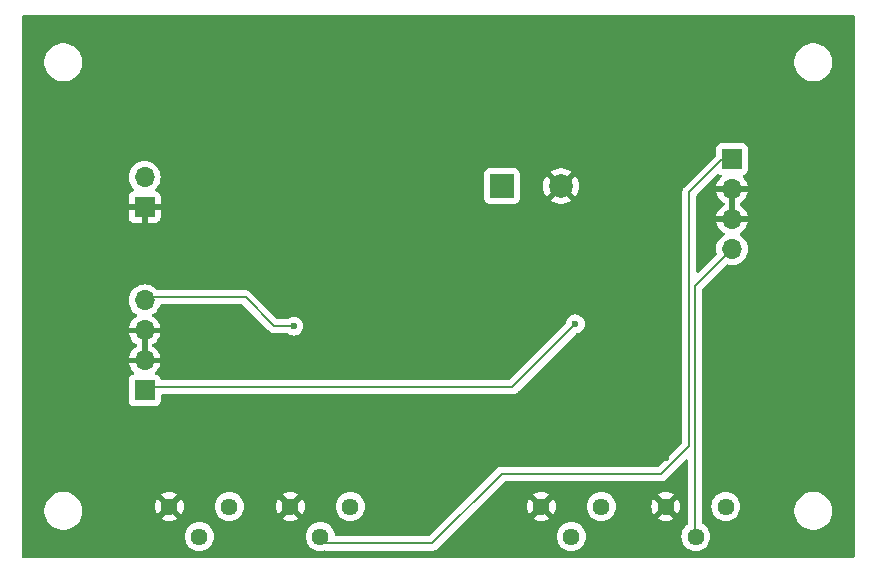
<source format=gbr>
%TF.GenerationSoftware,KiCad,Pcbnew,8.0.8*%
%TF.CreationDate,2025-02-20T20:43:13-06:00*%
%TF.ProjectId,peak-read-amp,7065616b-2d72-4656-9164-2d616d702e6b,rev?*%
%TF.SameCoordinates,Original*%
%TF.FileFunction,Copper,L2,Bot*%
%TF.FilePolarity,Positive*%
%FSLAX46Y46*%
G04 Gerber Fmt 4.6, Leading zero omitted, Abs format (unit mm)*
G04 Created by KiCad (PCBNEW 8.0.8) date 2025-02-20 20:43:13*
%MOMM*%
%LPD*%
G01*
G04 APERTURE LIST*
%TA.AperFunction,ComponentPad*%
%ADD10R,2.000000X2.000000*%
%TD*%
%TA.AperFunction,ComponentPad*%
%ADD11C,2.000000*%
%TD*%
%TA.AperFunction,ComponentPad*%
%ADD12C,1.440000*%
%TD*%
%TA.AperFunction,ComponentPad*%
%ADD13R,1.700000X1.700000*%
%TD*%
%TA.AperFunction,ComponentPad*%
%ADD14O,1.700000X1.700000*%
%TD*%
%TA.AperFunction,ViaPad*%
%ADD15C,0.600000*%
%TD*%
%TA.AperFunction,Conductor*%
%ADD16C,0.200000*%
%TD*%
G04 APERTURE END LIST*
D10*
%TO.P,C2,1*%
%TO.N,+8V*%
X116132323Y-112000000D03*
D11*
%TO.P,C2,2*%
%TO.N,GND*%
X121132323Y-112000000D03*
%TD*%
D12*
%TO.P,RV1,1,1*%
%TO.N,Net-(R4-Pad2)*%
X124550000Y-139125000D03*
%TO.P,RV1,2,2*%
X122010000Y-141665000D03*
%TO.P,RV1,3,3*%
%TO.N,GND*%
X119470000Y-139125000D03*
%TD*%
%TO.P,RV2,1,1*%
%TO.N,Net-(R6-Pad1)*%
X135080000Y-139125000D03*
%TO.P,RV2,2,2*%
%TO.N,Net-(J3-Pin_4)*%
X132540000Y-141665000D03*
%TO.P,RV2,3,3*%
%TO.N,GND*%
X130000000Y-139125000D03*
%TD*%
%TO.P,RV3,1,1*%
%TO.N,Net-(R9-Pad2)*%
X93050000Y-139125000D03*
%TO.P,RV3,2,2*%
X90510000Y-141665000D03*
%TO.P,RV3,3,3*%
%TO.N,GND*%
X87970000Y-139125000D03*
%TD*%
%TO.P,RV4,1,1*%
%TO.N,Net-(R12-Pad1)*%
X103300000Y-139125000D03*
%TO.P,RV4,2,2*%
%TO.N,Net-(J3-Pin_1)*%
X100760000Y-141665000D03*
%TO.P,RV4,3,3*%
%TO.N,GND*%
X98220000Y-139125000D03*
%TD*%
D13*
%TO.P,J1,1,Pin_1*%
%TO.N,GND*%
X85875000Y-113775000D03*
D14*
%TO.P,J1,2,Pin_2*%
%TO.N,Net-(D7-A)*%
X85875000Y-111235000D03*
%TD*%
D13*
%TO.P,J3,1,Pin_1*%
%TO.N,Net-(J3-Pin_1)*%
X135625000Y-109700000D03*
D14*
%TO.P,J3,2,Pin_2*%
%TO.N,GND*%
X135625000Y-112240000D03*
%TO.P,J3,3,Pin_3*%
X135625000Y-114780000D03*
%TO.P,J3,4,Pin_4*%
%TO.N,Net-(J3-Pin_4)*%
X135625000Y-117320000D03*
%TD*%
D13*
%TO.P,J2,1,Pin_1*%
%TO.N,Net-(J2-Pin_1)*%
X85875000Y-129300000D03*
D14*
%TO.P,J2,2,Pin_2*%
%TO.N,GND*%
X85875000Y-126760000D03*
%TO.P,J2,3,Pin_3*%
X85875000Y-124220000D03*
%TO.P,J2,4,Pin_4*%
%TO.N,Net-(J2-Pin_4)*%
X85875000Y-121680000D03*
%TD*%
D15*
%TO.N,Net-(J2-Pin_1)*%
X122340000Y-123670000D03*
%TO.N,GND*%
X116250000Y-117500000D03*
X107250000Y-117500000D03*
X79000000Y-134500000D03*
X97250000Y-117250000D03*
X142500000Y-134000000D03*
X97700000Y-110397500D03*
X122260000Y-122250000D03*
X120000000Y-103500000D03*
X122250000Y-117500000D03*
X103250000Y-131750000D03*
X107000000Y-135000000D03*
X129750000Y-119250000D03*
X98500000Y-122500000D03*
X130000000Y-131000000D03*
X79000000Y-118000000D03*
X137000000Y-103000000D03*
X130000000Y-135000000D03*
X115000000Y-131000000D03*
X85000000Y-103000000D03*
X101750000Y-103500000D03*
X142500000Y-123380000D03*
%TO.N,Net-(J2-Pin_4)*%
X98500000Y-123850000D03*
%TD*%
D16*
%TO.N,Net-(J2-Pin_1)*%
X117000000Y-129040000D02*
X86250000Y-129040000D01*
X117000000Y-129010000D02*
X117000000Y-129040000D01*
X122340000Y-123670000D02*
X117000000Y-129010000D01*
%TO.N,Net-(J2-Pin_4)*%
X98500000Y-123850000D02*
X96850000Y-123850000D01*
X94420000Y-121420000D02*
X86250000Y-121420000D01*
X96850000Y-123850000D02*
X94420000Y-121420000D01*
%TO.N,Net-(J3-Pin_4)*%
X135625000Y-117320000D02*
X132500000Y-120445000D01*
X132500000Y-120445000D02*
X132500000Y-141625000D01*
X132500000Y-141625000D02*
X132540000Y-141665000D01*
%TO.N,Net-(J3-Pin_1)*%
X129620000Y-136380000D02*
X132000000Y-134000000D01*
X116120000Y-136380000D02*
X129620000Y-136380000D01*
X110250000Y-142250000D02*
X116120000Y-136380000D01*
X132000000Y-112500000D02*
X134800000Y-109700000D01*
X132000000Y-134000000D02*
X132000000Y-112500000D01*
X134800000Y-109700000D02*
X135625000Y-109700000D01*
X101345000Y-142250000D02*
X110250000Y-142250000D01*
X100760000Y-141665000D02*
X101345000Y-142250000D01*
%TD*%
%TA.AperFunction,Conductor*%
%TO.N,GND*%
G36*
X134486351Y-110965396D02*
G01*
X134517330Y-110982313D01*
X134532667Y-110993795D01*
X134532671Y-110993797D01*
X134594902Y-111017007D01*
X134664598Y-111043002D01*
X134720531Y-111084873D01*
X134744949Y-111150337D01*
X134730098Y-111218610D01*
X134708947Y-111246865D01*
X134586886Y-111368926D01*
X134451400Y-111562420D01*
X134451399Y-111562422D01*
X134351570Y-111776507D01*
X134351567Y-111776513D01*
X134294364Y-111989999D01*
X134294364Y-111990000D01*
X135191988Y-111990000D01*
X135159075Y-112047007D01*
X135125000Y-112174174D01*
X135125000Y-112305826D01*
X135159075Y-112432993D01*
X135191988Y-112490000D01*
X134294364Y-112490000D01*
X134351567Y-112703486D01*
X134351570Y-112703492D01*
X134451399Y-112917578D01*
X134586894Y-113111082D01*
X134753917Y-113278105D01*
X134940031Y-113408425D01*
X134983656Y-113463003D01*
X134990848Y-113532501D01*
X134959326Y-113594856D01*
X134940031Y-113611575D01*
X134753922Y-113741890D01*
X134753920Y-113741891D01*
X134586891Y-113908920D01*
X134586886Y-113908926D01*
X134451400Y-114102420D01*
X134451399Y-114102422D01*
X134351570Y-114316507D01*
X134351567Y-114316513D01*
X134294364Y-114529999D01*
X134294364Y-114530000D01*
X135191988Y-114530000D01*
X135159075Y-114587007D01*
X135125000Y-114714174D01*
X135125000Y-114845826D01*
X135159075Y-114972993D01*
X135191988Y-115030000D01*
X134294364Y-115030000D01*
X134351567Y-115243486D01*
X134351570Y-115243492D01*
X134451399Y-115457578D01*
X134586894Y-115651082D01*
X134753917Y-115818105D01*
X134939595Y-115948119D01*
X134983219Y-116002696D01*
X134990412Y-116072195D01*
X134958890Y-116134549D01*
X134939595Y-116151269D01*
X134753594Y-116281508D01*
X134586505Y-116448597D01*
X134450965Y-116642169D01*
X134450964Y-116642171D01*
X134351098Y-116856335D01*
X134351094Y-116856344D01*
X134289938Y-117084586D01*
X134289936Y-117084596D01*
X134269341Y-117319999D01*
X134269341Y-117320000D01*
X134289936Y-117555403D01*
X134289938Y-117555413D01*
X134324327Y-117683756D01*
X134322664Y-117753606D01*
X134292233Y-117803530D01*
X132812181Y-119283583D01*
X132750858Y-119317068D01*
X132681166Y-119312084D01*
X132625233Y-119270212D01*
X132600816Y-119204748D01*
X132600500Y-119195902D01*
X132600500Y-112800096D01*
X132620185Y-112733057D01*
X132636814Y-112712420D01*
X134355338Y-110993895D01*
X134416659Y-110960412D01*
X134486351Y-110965396D01*
G37*
%TD.AperFunction*%
%TA.AperFunction,Conductor*%
G36*
X135875000Y-114346988D02*
G01*
X135817993Y-114314075D01*
X135690826Y-114280000D01*
X135559174Y-114280000D01*
X135432007Y-114314075D01*
X135375000Y-114346988D01*
X135375000Y-112673012D01*
X135432007Y-112705925D01*
X135559174Y-112740000D01*
X135690826Y-112740000D01*
X135817993Y-112705925D01*
X135875000Y-112673012D01*
X135875000Y-114346988D01*
G37*
%TD.AperFunction*%
%TA.AperFunction,Conductor*%
G36*
X86125000Y-126326988D02*
G01*
X86067993Y-126294075D01*
X85940826Y-126260000D01*
X85809174Y-126260000D01*
X85682007Y-126294075D01*
X85625000Y-126326988D01*
X85625000Y-124653012D01*
X85682007Y-124685925D01*
X85809174Y-124720000D01*
X85940826Y-124720000D01*
X86067993Y-124685925D01*
X86125000Y-124653012D01*
X86125000Y-126326988D01*
G37*
%TD.AperFunction*%
%TA.AperFunction,Conductor*%
G36*
X145942539Y-97520185D02*
G01*
X145988294Y-97572989D01*
X145999500Y-97624500D01*
X145999500Y-143375500D01*
X145979815Y-143442539D01*
X145927011Y-143488294D01*
X145875500Y-143499500D01*
X75624500Y-143499500D01*
X75557461Y-143479815D01*
X75511706Y-143427011D01*
X75500500Y-143375500D01*
X75500500Y-141664998D01*
X89284838Y-141664998D01*
X89284838Y-141665001D01*
X89303450Y-141877741D01*
X89303452Y-141877752D01*
X89358721Y-142084022D01*
X89358723Y-142084026D01*
X89358724Y-142084030D01*
X89401171Y-142175058D01*
X89448977Y-142277578D01*
X89571472Y-142452521D01*
X89722478Y-142603527D01*
X89722481Y-142603529D01*
X89897419Y-142726021D01*
X89897421Y-142726022D01*
X89897420Y-142726022D01*
X89961936Y-142756106D01*
X90090970Y-142816276D01*
X90297253Y-142871549D01*
X90449215Y-142884844D01*
X90509998Y-142890162D01*
X90510000Y-142890162D01*
X90510002Y-142890162D01*
X90563186Y-142885508D01*
X90722747Y-142871549D01*
X90929030Y-142816276D01*
X91122581Y-142726021D01*
X91297519Y-142603529D01*
X91448529Y-142452519D01*
X91571021Y-142277581D01*
X91661276Y-142084030D01*
X91716549Y-141877747D01*
X91735162Y-141665000D01*
X91735162Y-141664998D01*
X99534838Y-141664998D01*
X99534838Y-141665001D01*
X99553450Y-141877741D01*
X99553452Y-141877752D01*
X99608721Y-142084022D01*
X99608723Y-142084026D01*
X99608724Y-142084030D01*
X99651171Y-142175058D01*
X99698977Y-142277578D01*
X99821472Y-142452521D01*
X99972478Y-142603527D01*
X99972481Y-142603529D01*
X100147419Y-142726021D01*
X100147421Y-142726022D01*
X100147420Y-142726022D01*
X100211936Y-142756106D01*
X100340970Y-142816276D01*
X100547253Y-142871549D01*
X100699215Y-142884844D01*
X100759998Y-142890162D01*
X100760000Y-142890162D01*
X100760002Y-142890162D01*
X100813186Y-142885508D01*
X100972747Y-142871549D01*
X101126530Y-142830343D01*
X101190713Y-142830343D01*
X101265943Y-142850501D01*
X101265946Y-142850501D01*
X101431653Y-142850501D01*
X101431669Y-142850500D01*
X110163331Y-142850500D01*
X110163347Y-142850501D01*
X110170943Y-142850501D01*
X110329054Y-142850501D01*
X110329057Y-142850501D01*
X110481785Y-142809577D01*
X110531904Y-142780639D01*
X110618716Y-142730520D01*
X110730520Y-142618716D01*
X110730520Y-142618714D01*
X110740728Y-142608507D01*
X110740729Y-142608504D01*
X111684236Y-141664998D01*
X120784838Y-141664998D01*
X120784838Y-141665001D01*
X120803450Y-141877741D01*
X120803452Y-141877752D01*
X120858721Y-142084022D01*
X120858723Y-142084026D01*
X120858724Y-142084030D01*
X120901171Y-142175058D01*
X120948977Y-142277578D01*
X121071472Y-142452521D01*
X121222478Y-142603527D01*
X121222481Y-142603529D01*
X121397419Y-142726021D01*
X121397421Y-142726022D01*
X121397420Y-142726022D01*
X121461936Y-142756106D01*
X121590970Y-142816276D01*
X121797253Y-142871549D01*
X121949215Y-142884844D01*
X122009998Y-142890162D01*
X122010000Y-142890162D01*
X122010002Y-142890162D01*
X122063186Y-142885508D01*
X122222747Y-142871549D01*
X122429030Y-142816276D01*
X122622581Y-142726021D01*
X122797519Y-142603529D01*
X122948529Y-142452519D01*
X123071021Y-142277581D01*
X123161276Y-142084030D01*
X123216549Y-141877747D01*
X123235162Y-141665000D01*
X123216549Y-141452253D01*
X123161276Y-141245970D01*
X123071021Y-141052419D01*
X122948529Y-140877481D01*
X122948527Y-140877478D01*
X122797521Y-140726472D01*
X122622578Y-140603977D01*
X122622579Y-140603977D01*
X122491059Y-140542649D01*
X122429030Y-140513724D01*
X122429026Y-140513723D01*
X122429022Y-140513721D01*
X122222752Y-140458452D01*
X122222748Y-140458451D01*
X122222747Y-140458451D01*
X122222746Y-140458450D01*
X122222741Y-140458450D01*
X122010002Y-140439838D01*
X122009998Y-140439838D01*
X121797258Y-140458450D01*
X121797247Y-140458452D01*
X121590977Y-140513721D01*
X121590968Y-140513725D01*
X121397421Y-140603977D01*
X121222478Y-140726472D01*
X121071472Y-140877478D01*
X120948977Y-141052421D01*
X120858725Y-141245968D01*
X120858721Y-141245977D01*
X120803452Y-141452247D01*
X120803450Y-141452258D01*
X120784838Y-141664998D01*
X111684236Y-141664998D01*
X114224238Y-139124997D01*
X118245340Y-139124997D01*
X118245340Y-139125002D01*
X118263944Y-139337654D01*
X118263945Y-139337662D01*
X118319194Y-139543853D01*
X118319197Y-139543859D01*
X118409413Y-139737329D01*
X118448415Y-139793030D01*
X119070000Y-139171445D01*
X119070000Y-139177661D01*
X119097259Y-139279394D01*
X119149920Y-139370606D01*
X119224394Y-139445080D01*
X119315606Y-139497741D01*
X119417339Y-139525000D01*
X119423554Y-139525000D01*
X118801968Y-140146584D01*
X118857663Y-140185582D01*
X118857669Y-140185586D01*
X119051140Y-140275802D01*
X119051146Y-140275805D01*
X119257337Y-140331054D01*
X119257345Y-140331055D01*
X119469998Y-140349660D01*
X119470002Y-140349660D01*
X119682654Y-140331055D01*
X119682662Y-140331054D01*
X119888853Y-140275805D01*
X119888864Y-140275801D01*
X120082325Y-140185589D01*
X120138029Y-140146583D01*
X119516447Y-139525000D01*
X119522661Y-139525000D01*
X119624394Y-139497741D01*
X119715606Y-139445080D01*
X119790080Y-139370606D01*
X119842741Y-139279394D01*
X119870000Y-139177661D01*
X119870000Y-139171446D01*
X120491583Y-139793029D01*
X120530589Y-139737325D01*
X120620801Y-139543864D01*
X120620805Y-139543853D01*
X120676054Y-139337662D01*
X120676055Y-139337654D01*
X120694660Y-139125002D01*
X120694660Y-139124998D01*
X123324838Y-139124998D01*
X123324838Y-139125001D01*
X123343450Y-139337741D01*
X123343452Y-139337752D01*
X123398721Y-139544022D01*
X123398723Y-139544026D01*
X123398724Y-139544030D01*
X123436929Y-139625961D01*
X123488977Y-139737578D01*
X123611472Y-139912521D01*
X123762478Y-140063527D01*
X123762481Y-140063529D01*
X123937419Y-140186021D01*
X123937421Y-140186022D01*
X123937420Y-140186022D01*
X124001936Y-140216106D01*
X124130970Y-140276276D01*
X124337253Y-140331549D01*
X124489215Y-140344844D01*
X124549998Y-140350162D01*
X124550000Y-140350162D01*
X124550002Y-140350162D01*
X124603186Y-140345508D01*
X124762747Y-140331549D01*
X124969030Y-140276276D01*
X125162581Y-140186021D01*
X125337519Y-140063529D01*
X125488529Y-139912519D01*
X125611021Y-139737581D01*
X125701276Y-139544030D01*
X125756549Y-139337747D01*
X125775162Y-139125000D01*
X125775162Y-139124997D01*
X128775340Y-139124997D01*
X128775340Y-139125002D01*
X128793944Y-139337654D01*
X128793945Y-139337662D01*
X128849194Y-139543853D01*
X128849197Y-139543859D01*
X128939413Y-139737329D01*
X128978415Y-139793030D01*
X129600000Y-139171445D01*
X129600000Y-139177661D01*
X129627259Y-139279394D01*
X129679920Y-139370606D01*
X129754394Y-139445080D01*
X129845606Y-139497741D01*
X129947339Y-139525000D01*
X129953554Y-139525000D01*
X129331968Y-140146584D01*
X129387663Y-140185582D01*
X129387669Y-140185586D01*
X129581140Y-140275802D01*
X129581146Y-140275805D01*
X129787337Y-140331054D01*
X129787345Y-140331055D01*
X129999998Y-140349660D01*
X130000002Y-140349660D01*
X130212654Y-140331055D01*
X130212662Y-140331054D01*
X130418853Y-140275805D01*
X130418864Y-140275801D01*
X130612325Y-140185589D01*
X130668030Y-140146583D01*
X130046447Y-139525000D01*
X130052661Y-139525000D01*
X130154394Y-139497741D01*
X130245606Y-139445080D01*
X130320080Y-139370606D01*
X130372741Y-139279394D01*
X130400000Y-139177661D01*
X130400000Y-139171446D01*
X131021583Y-139793029D01*
X131060589Y-139737325D01*
X131150801Y-139543864D01*
X131150805Y-139543853D01*
X131206054Y-139337662D01*
X131206055Y-139337654D01*
X131224660Y-139125002D01*
X131224660Y-139124997D01*
X131206055Y-138912345D01*
X131206054Y-138912337D01*
X131150805Y-138706146D01*
X131150802Y-138706140D01*
X131060586Y-138512669D01*
X131060582Y-138512663D01*
X131021584Y-138456968D01*
X130400000Y-139078552D01*
X130400000Y-139072339D01*
X130372741Y-138970606D01*
X130320080Y-138879394D01*
X130245606Y-138804920D01*
X130154394Y-138752259D01*
X130052661Y-138725000D01*
X130046447Y-138725000D01*
X130668030Y-138103415D01*
X130612329Y-138064413D01*
X130418859Y-137974197D01*
X130418853Y-137974194D01*
X130212662Y-137918945D01*
X130212654Y-137918944D01*
X130000002Y-137900340D01*
X129999998Y-137900340D01*
X129787345Y-137918944D01*
X129787337Y-137918945D01*
X129581146Y-137974194D01*
X129581140Y-137974197D01*
X129387671Y-138064412D01*
X129387669Y-138064413D01*
X129331969Y-138103415D01*
X129331968Y-138103415D01*
X129953554Y-138725000D01*
X129947339Y-138725000D01*
X129845606Y-138752259D01*
X129754394Y-138804920D01*
X129679920Y-138879394D01*
X129627259Y-138970606D01*
X129600000Y-139072339D01*
X129600000Y-139078553D01*
X128978415Y-138456968D01*
X128978415Y-138456969D01*
X128939413Y-138512669D01*
X128939412Y-138512671D01*
X128849197Y-138706140D01*
X128849194Y-138706146D01*
X128793945Y-138912337D01*
X128793944Y-138912345D01*
X128775340Y-139124997D01*
X125775162Y-139124997D01*
X125756549Y-138912253D01*
X125701276Y-138705970D01*
X125611021Y-138512419D01*
X125488529Y-138337481D01*
X125488527Y-138337478D01*
X125337521Y-138186472D01*
X125162578Y-138063977D01*
X125162579Y-138063977D01*
X125033547Y-138003809D01*
X124969030Y-137973724D01*
X124969026Y-137973723D01*
X124969022Y-137973721D01*
X124762752Y-137918452D01*
X124762748Y-137918451D01*
X124762747Y-137918451D01*
X124762746Y-137918450D01*
X124762741Y-137918450D01*
X124550002Y-137899838D01*
X124549998Y-137899838D01*
X124337258Y-137918450D01*
X124337247Y-137918452D01*
X124130977Y-137973721D01*
X124130968Y-137973725D01*
X123937421Y-138063977D01*
X123762478Y-138186472D01*
X123611472Y-138337478D01*
X123488977Y-138512421D01*
X123398725Y-138705968D01*
X123398721Y-138705977D01*
X123343452Y-138912247D01*
X123343450Y-138912258D01*
X123324838Y-139124998D01*
X120694660Y-139124998D01*
X120694660Y-139124997D01*
X120676055Y-138912345D01*
X120676054Y-138912337D01*
X120620805Y-138706146D01*
X120620802Y-138706140D01*
X120530586Y-138512669D01*
X120530582Y-138512663D01*
X120491584Y-138456968D01*
X119870000Y-139078552D01*
X119870000Y-139072339D01*
X119842741Y-138970606D01*
X119790080Y-138879394D01*
X119715606Y-138804920D01*
X119624394Y-138752259D01*
X119522661Y-138725000D01*
X119516447Y-138725000D01*
X120138030Y-138103415D01*
X120082329Y-138064413D01*
X119888859Y-137974197D01*
X119888853Y-137974194D01*
X119682662Y-137918945D01*
X119682654Y-137918944D01*
X119470002Y-137900340D01*
X119469998Y-137900340D01*
X119257345Y-137918944D01*
X119257337Y-137918945D01*
X119051146Y-137974194D01*
X119051140Y-137974197D01*
X118857671Y-138064412D01*
X118857669Y-138064413D01*
X118801969Y-138103415D01*
X118801968Y-138103415D01*
X119423554Y-138725000D01*
X119417339Y-138725000D01*
X119315606Y-138752259D01*
X119224394Y-138804920D01*
X119149920Y-138879394D01*
X119097259Y-138970606D01*
X119070000Y-139072339D01*
X119070000Y-139078553D01*
X118448415Y-138456968D01*
X118448415Y-138456969D01*
X118409413Y-138512669D01*
X118409412Y-138512671D01*
X118319197Y-138706140D01*
X118319194Y-138706146D01*
X118263945Y-138912337D01*
X118263944Y-138912345D01*
X118245340Y-139124997D01*
X114224238Y-139124997D01*
X116332417Y-137016819D01*
X116393740Y-136983334D01*
X116420098Y-136980500D01*
X129533331Y-136980500D01*
X129533347Y-136980501D01*
X129540943Y-136980501D01*
X129699054Y-136980501D01*
X129699057Y-136980501D01*
X129851785Y-136939577D01*
X129901904Y-136910639D01*
X129988716Y-136860520D01*
X130100520Y-136748716D01*
X130100520Y-136748714D01*
X130110728Y-136738507D01*
X130110729Y-136738504D01*
X131687820Y-135161413D01*
X131749142Y-135127930D01*
X131818834Y-135132914D01*
X131874767Y-135174786D01*
X131899184Y-135240250D01*
X131899500Y-135249096D01*
X131899500Y-140558976D01*
X131879815Y-140626015D01*
X131846625Y-140660550D01*
X131752481Y-140726471D01*
X131601469Y-140877482D01*
X131478977Y-141052421D01*
X131388725Y-141245968D01*
X131388721Y-141245977D01*
X131333452Y-141452247D01*
X131333450Y-141452258D01*
X131314838Y-141664998D01*
X131314838Y-141665001D01*
X131333450Y-141877741D01*
X131333452Y-141877752D01*
X131388721Y-142084022D01*
X131388723Y-142084026D01*
X131388724Y-142084030D01*
X131431171Y-142175058D01*
X131478977Y-142277578D01*
X131601472Y-142452521D01*
X131752478Y-142603527D01*
X131752481Y-142603529D01*
X131927419Y-142726021D01*
X131927421Y-142726022D01*
X131927420Y-142726022D01*
X131991936Y-142756106D01*
X132120970Y-142816276D01*
X132327253Y-142871549D01*
X132479215Y-142884844D01*
X132539998Y-142890162D01*
X132540000Y-142890162D01*
X132540002Y-142890162D01*
X132593186Y-142885508D01*
X132752747Y-142871549D01*
X132959030Y-142816276D01*
X133152581Y-142726021D01*
X133327519Y-142603529D01*
X133478529Y-142452519D01*
X133601021Y-142277581D01*
X133691276Y-142084030D01*
X133746549Y-141877747D01*
X133765162Y-141665000D01*
X133746549Y-141452253D01*
X133691276Y-141245970D01*
X133601021Y-141052419D01*
X133478529Y-140877481D01*
X133478527Y-140877478D01*
X133327521Y-140726472D01*
X133153377Y-140604536D01*
X133109752Y-140549959D01*
X133100500Y-140502961D01*
X133100500Y-139124998D01*
X133854838Y-139124998D01*
X133854838Y-139125001D01*
X133873450Y-139337741D01*
X133873452Y-139337752D01*
X133928721Y-139544022D01*
X133928723Y-139544026D01*
X133928724Y-139544030D01*
X133966929Y-139625961D01*
X134018977Y-139737578D01*
X134141472Y-139912521D01*
X134292478Y-140063527D01*
X134292481Y-140063529D01*
X134467419Y-140186021D01*
X134467421Y-140186022D01*
X134467420Y-140186022D01*
X134531936Y-140216106D01*
X134660970Y-140276276D01*
X134867253Y-140331549D01*
X135019215Y-140344844D01*
X135079998Y-140350162D01*
X135080000Y-140350162D01*
X135080002Y-140350162D01*
X135133186Y-140345508D01*
X135292747Y-140331549D01*
X135499030Y-140276276D01*
X135692581Y-140186021D01*
X135867519Y-140063529D01*
X136018529Y-139912519D01*
X136141021Y-139737581D01*
X136231276Y-139544030D01*
X136276825Y-139374038D01*
X140899500Y-139374038D01*
X140899500Y-139625961D01*
X140938910Y-139874785D01*
X141016760Y-140114383D01*
X141095413Y-140268747D01*
X141127411Y-140331547D01*
X141131132Y-140338848D01*
X141279201Y-140542649D01*
X141279205Y-140542654D01*
X141457345Y-140720794D01*
X141457350Y-140720798D01*
X141465160Y-140726472D01*
X141661155Y-140868870D01*
X141804184Y-140941747D01*
X141885616Y-140983239D01*
X141885618Y-140983239D01*
X141885621Y-140983241D01*
X142125215Y-141061090D01*
X142374038Y-141100500D01*
X142374039Y-141100500D01*
X142625961Y-141100500D01*
X142625962Y-141100500D01*
X142874785Y-141061090D01*
X143114379Y-140983241D01*
X143338845Y-140868870D01*
X143542656Y-140720793D01*
X143720793Y-140542656D01*
X143868870Y-140338845D01*
X143983241Y-140114379D01*
X144061090Y-139874785D01*
X144100500Y-139625962D01*
X144100500Y-139374038D01*
X144061090Y-139125215D01*
X143983241Y-138885621D01*
X143983239Y-138885618D01*
X143983239Y-138885616D01*
X143925066Y-138771446D01*
X143868870Y-138661155D01*
X143849952Y-138635117D01*
X143720798Y-138457350D01*
X143720794Y-138457345D01*
X143542654Y-138279205D01*
X143542649Y-138279201D01*
X143338848Y-138131132D01*
X143338847Y-138131131D01*
X143338845Y-138131130D01*
X143268747Y-138095413D01*
X143114383Y-138016760D01*
X142874785Y-137938910D01*
X142625962Y-137899500D01*
X142374038Y-137899500D01*
X142254393Y-137918450D01*
X142125214Y-137938910D01*
X141885616Y-138016760D01*
X141661151Y-138131132D01*
X141457350Y-138279201D01*
X141457345Y-138279205D01*
X141279205Y-138457345D01*
X141279201Y-138457350D01*
X141131132Y-138661151D01*
X141016760Y-138885616D01*
X140938910Y-139125214D01*
X140899500Y-139374038D01*
X136276825Y-139374038D01*
X136286549Y-139337747D01*
X136305162Y-139125000D01*
X136286549Y-138912253D01*
X136231276Y-138705970D01*
X136141021Y-138512419D01*
X136018529Y-138337481D01*
X136018527Y-138337478D01*
X135867521Y-138186472D01*
X135692578Y-138063977D01*
X135692579Y-138063977D01*
X135563547Y-138003809D01*
X135499030Y-137973724D01*
X135499026Y-137973723D01*
X135499022Y-137973721D01*
X135292752Y-137918452D01*
X135292748Y-137918451D01*
X135292747Y-137918451D01*
X135292746Y-137918450D01*
X135292741Y-137918450D01*
X135080002Y-137899838D01*
X135079998Y-137899838D01*
X134867258Y-137918450D01*
X134867247Y-137918452D01*
X134660977Y-137973721D01*
X134660968Y-137973725D01*
X134467421Y-138063977D01*
X134292478Y-138186472D01*
X134141472Y-138337478D01*
X134018977Y-138512421D01*
X133928725Y-138705968D01*
X133928721Y-138705977D01*
X133873452Y-138912247D01*
X133873450Y-138912258D01*
X133854838Y-139124998D01*
X133100500Y-139124998D01*
X133100500Y-120745096D01*
X133120185Y-120678057D01*
X133136814Y-120657420D01*
X135141470Y-118652763D01*
X135202791Y-118619280D01*
X135261238Y-118620670D01*
X135389592Y-118655063D01*
X135577918Y-118671539D01*
X135624999Y-118675659D01*
X135625000Y-118675659D01*
X135625001Y-118675659D01*
X135664234Y-118672226D01*
X135860408Y-118655063D01*
X136088663Y-118593903D01*
X136302830Y-118494035D01*
X136496401Y-118358495D01*
X136663495Y-118191401D01*
X136799035Y-117997830D01*
X136898903Y-117783663D01*
X136960063Y-117555408D01*
X136980659Y-117320000D01*
X136960063Y-117084592D01*
X136898903Y-116856337D01*
X136799035Y-116642171D01*
X136663495Y-116448599D01*
X136663494Y-116448597D01*
X136496402Y-116281506D01*
X136496401Y-116281505D01*
X136310405Y-116151269D01*
X136266781Y-116096692D01*
X136259588Y-116027193D01*
X136291110Y-115964839D01*
X136310405Y-115948119D01*
X136496082Y-115818105D01*
X136663105Y-115651082D01*
X136798600Y-115457578D01*
X136898429Y-115243492D01*
X136898432Y-115243486D01*
X136955636Y-115030000D01*
X136058012Y-115030000D01*
X136090925Y-114972993D01*
X136125000Y-114845826D01*
X136125000Y-114714174D01*
X136090925Y-114587007D01*
X136058012Y-114530000D01*
X136955636Y-114530000D01*
X136955635Y-114529999D01*
X136898432Y-114316513D01*
X136898429Y-114316507D01*
X136798600Y-114102422D01*
X136798599Y-114102420D01*
X136663113Y-113908926D01*
X136663108Y-113908920D01*
X136496082Y-113741894D01*
X136309968Y-113611575D01*
X136266344Y-113556998D01*
X136259151Y-113487499D01*
X136290673Y-113425145D01*
X136309968Y-113408425D01*
X136496082Y-113278105D01*
X136663105Y-113111082D01*
X136798600Y-112917578D01*
X136898429Y-112703492D01*
X136898432Y-112703486D01*
X136955636Y-112490000D01*
X136058012Y-112490000D01*
X136090925Y-112432993D01*
X136125000Y-112305826D01*
X136125000Y-112174174D01*
X136090925Y-112047007D01*
X136058012Y-111990000D01*
X136955636Y-111990000D01*
X136955635Y-111989999D01*
X136898432Y-111776513D01*
X136898429Y-111776507D01*
X136798600Y-111562422D01*
X136798599Y-111562420D01*
X136663113Y-111368926D01*
X136663108Y-111368920D01*
X136541053Y-111246865D01*
X136507568Y-111185542D01*
X136512552Y-111115850D01*
X136554424Y-111059917D01*
X136585400Y-111043002D01*
X136674847Y-111009641D01*
X136717326Y-110993798D01*
X136717326Y-110993797D01*
X136717331Y-110993796D01*
X136832546Y-110907546D01*
X136918796Y-110792331D01*
X136969091Y-110657483D01*
X136975500Y-110597873D01*
X136975499Y-108802128D01*
X136969091Y-108742517D01*
X136918796Y-108607669D01*
X136918795Y-108607668D01*
X136918793Y-108607664D01*
X136832547Y-108492455D01*
X136832544Y-108492452D01*
X136717335Y-108406206D01*
X136717328Y-108406202D01*
X136582482Y-108355908D01*
X136582483Y-108355908D01*
X136522883Y-108349501D01*
X136522881Y-108349500D01*
X136522873Y-108349500D01*
X136522864Y-108349500D01*
X134727129Y-108349500D01*
X134727123Y-108349501D01*
X134667516Y-108355908D01*
X134532671Y-108406202D01*
X134532664Y-108406206D01*
X134417455Y-108492452D01*
X134417452Y-108492455D01*
X134331206Y-108607664D01*
X134331202Y-108607671D01*
X134280908Y-108742517D01*
X134274501Y-108802116D01*
X134274501Y-108802123D01*
X134274500Y-108802135D01*
X134274500Y-109324902D01*
X134254815Y-109391941D01*
X134238181Y-109412583D01*
X131519481Y-112131282D01*
X131519477Y-112131287D01*
X131481510Y-112197050D01*
X131440424Y-112268211D01*
X131440423Y-112268212D01*
X131417556Y-112353554D01*
X131399499Y-112420943D01*
X131399499Y-112420945D01*
X131399499Y-112589046D01*
X131399500Y-112589059D01*
X131399500Y-133699903D01*
X131379815Y-133766942D01*
X131363181Y-133787584D01*
X129407584Y-135743181D01*
X129346261Y-135776666D01*
X129319903Y-135779500D01*
X116206670Y-135779500D01*
X116206654Y-135779499D01*
X116199058Y-135779499D01*
X116040943Y-135779499D01*
X115964579Y-135799961D01*
X115888214Y-135820423D01*
X115888209Y-135820426D01*
X115751290Y-135899475D01*
X115751282Y-135899481D01*
X110037584Y-141613181D01*
X109976261Y-141646666D01*
X109949903Y-141649500D01*
X102097431Y-141649500D01*
X102030392Y-141629815D01*
X101984637Y-141577011D01*
X101973903Y-141536308D01*
X101966549Y-141452257D01*
X101966549Y-141452253D01*
X101911276Y-141245970D01*
X101821021Y-141052419D01*
X101698529Y-140877481D01*
X101698527Y-140877478D01*
X101547521Y-140726472D01*
X101372578Y-140603977D01*
X101372579Y-140603977D01*
X101241059Y-140542649D01*
X101179030Y-140513724D01*
X101179026Y-140513723D01*
X101179022Y-140513721D01*
X100972752Y-140458452D01*
X100972748Y-140458451D01*
X100972747Y-140458451D01*
X100972746Y-140458450D01*
X100972741Y-140458450D01*
X100760002Y-140439838D01*
X100759998Y-140439838D01*
X100547258Y-140458450D01*
X100547247Y-140458452D01*
X100340977Y-140513721D01*
X100340968Y-140513725D01*
X100147421Y-140603977D01*
X99972478Y-140726472D01*
X99821472Y-140877478D01*
X99698977Y-141052421D01*
X99608725Y-141245968D01*
X99608721Y-141245977D01*
X99553452Y-141452247D01*
X99553450Y-141452258D01*
X99534838Y-141664998D01*
X91735162Y-141664998D01*
X91716549Y-141452253D01*
X91661276Y-141245970D01*
X91571021Y-141052419D01*
X91448529Y-140877481D01*
X91448527Y-140877478D01*
X91297521Y-140726472D01*
X91122578Y-140603977D01*
X91122579Y-140603977D01*
X90991059Y-140542649D01*
X90929030Y-140513724D01*
X90929026Y-140513723D01*
X90929022Y-140513721D01*
X90722752Y-140458452D01*
X90722748Y-140458451D01*
X90722747Y-140458451D01*
X90722746Y-140458450D01*
X90722741Y-140458450D01*
X90510002Y-140439838D01*
X90509998Y-140439838D01*
X90297258Y-140458450D01*
X90297247Y-140458452D01*
X90090977Y-140513721D01*
X90090968Y-140513725D01*
X89897421Y-140603977D01*
X89722478Y-140726472D01*
X89571472Y-140877478D01*
X89448977Y-141052421D01*
X89358725Y-141245968D01*
X89358721Y-141245977D01*
X89303452Y-141452247D01*
X89303450Y-141452258D01*
X89284838Y-141664998D01*
X75500500Y-141664998D01*
X75500500Y-139374038D01*
X77399500Y-139374038D01*
X77399500Y-139625961D01*
X77438910Y-139874785D01*
X77516760Y-140114383D01*
X77595413Y-140268747D01*
X77627411Y-140331547D01*
X77631132Y-140338848D01*
X77779201Y-140542649D01*
X77779205Y-140542654D01*
X77957345Y-140720794D01*
X77957350Y-140720798D01*
X77965160Y-140726472D01*
X78161155Y-140868870D01*
X78304184Y-140941747D01*
X78385616Y-140983239D01*
X78385618Y-140983239D01*
X78385621Y-140983241D01*
X78625215Y-141061090D01*
X78874038Y-141100500D01*
X78874039Y-141100500D01*
X79125961Y-141100500D01*
X79125962Y-141100500D01*
X79374785Y-141061090D01*
X79614379Y-140983241D01*
X79838845Y-140868870D01*
X80042656Y-140720793D01*
X80220793Y-140542656D01*
X80368870Y-140338845D01*
X80483241Y-140114379D01*
X80561090Y-139874785D01*
X80600500Y-139625962D01*
X80600500Y-139374038D01*
X80561090Y-139125215D01*
X80561019Y-139124997D01*
X86745340Y-139124997D01*
X86745340Y-139125002D01*
X86763944Y-139337654D01*
X86763945Y-139337662D01*
X86819194Y-139543853D01*
X86819197Y-139543859D01*
X86909413Y-139737329D01*
X86948415Y-139793030D01*
X87570000Y-139171445D01*
X87570000Y-139177661D01*
X87597259Y-139279394D01*
X87649920Y-139370606D01*
X87724394Y-139445080D01*
X87815606Y-139497741D01*
X87917339Y-139525000D01*
X87923554Y-139525000D01*
X87301968Y-140146584D01*
X87357663Y-140185582D01*
X87357669Y-140185586D01*
X87551140Y-140275802D01*
X87551146Y-140275805D01*
X87757337Y-140331054D01*
X87757345Y-140331055D01*
X87969998Y-140349660D01*
X87970002Y-140349660D01*
X88182654Y-140331055D01*
X88182662Y-140331054D01*
X88388853Y-140275805D01*
X88388864Y-140275801D01*
X88582325Y-140185589D01*
X88638030Y-140146583D01*
X88016447Y-139525000D01*
X88022661Y-139525000D01*
X88124394Y-139497741D01*
X88215606Y-139445080D01*
X88290080Y-139370606D01*
X88342741Y-139279394D01*
X88370000Y-139177661D01*
X88370000Y-139171446D01*
X88991583Y-139793029D01*
X89030589Y-139737325D01*
X89120801Y-139543864D01*
X89120805Y-139543853D01*
X89176054Y-139337662D01*
X89176055Y-139337654D01*
X89194660Y-139125002D01*
X89194660Y-139124998D01*
X91824838Y-139124998D01*
X91824838Y-139125001D01*
X91843450Y-139337741D01*
X91843452Y-139337752D01*
X91898721Y-139544022D01*
X91898723Y-139544026D01*
X91898724Y-139544030D01*
X91936929Y-139625961D01*
X91988977Y-139737578D01*
X92111472Y-139912521D01*
X92262478Y-140063527D01*
X92262481Y-140063529D01*
X92437419Y-140186021D01*
X92437421Y-140186022D01*
X92437420Y-140186022D01*
X92501936Y-140216106D01*
X92630970Y-140276276D01*
X92837253Y-140331549D01*
X92989215Y-140344844D01*
X93049998Y-140350162D01*
X93050000Y-140350162D01*
X93050002Y-140350162D01*
X93103186Y-140345508D01*
X93262747Y-140331549D01*
X93469030Y-140276276D01*
X93662581Y-140186021D01*
X93837519Y-140063529D01*
X93988529Y-139912519D01*
X94111021Y-139737581D01*
X94201276Y-139544030D01*
X94256549Y-139337747D01*
X94275162Y-139125000D01*
X94275162Y-139124997D01*
X96995340Y-139124997D01*
X96995340Y-139125002D01*
X97013944Y-139337654D01*
X97013945Y-139337662D01*
X97069194Y-139543853D01*
X97069197Y-139543859D01*
X97159413Y-139737329D01*
X97198415Y-139793030D01*
X97820000Y-139171445D01*
X97820000Y-139177661D01*
X97847259Y-139279394D01*
X97899920Y-139370606D01*
X97974394Y-139445080D01*
X98065606Y-139497741D01*
X98167339Y-139525000D01*
X98173554Y-139525000D01*
X97551968Y-140146584D01*
X97607663Y-140185582D01*
X97607669Y-140185586D01*
X97801140Y-140275802D01*
X97801146Y-140275805D01*
X98007337Y-140331054D01*
X98007345Y-140331055D01*
X98219998Y-140349660D01*
X98220002Y-140349660D01*
X98432654Y-140331055D01*
X98432662Y-140331054D01*
X98638853Y-140275805D01*
X98638864Y-140275801D01*
X98832325Y-140185589D01*
X98888030Y-140146583D01*
X98266447Y-139525000D01*
X98272661Y-139525000D01*
X98374394Y-139497741D01*
X98465606Y-139445080D01*
X98540080Y-139370606D01*
X98592741Y-139279394D01*
X98620000Y-139177661D01*
X98620000Y-139171446D01*
X99241583Y-139793029D01*
X99280589Y-139737325D01*
X99370801Y-139543864D01*
X99370805Y-139543853D01*
X99426054Y-139337662D01*
X99426055Y-139337654D01*
X99444660Y-139125002D01*
X99444660Y-139124998D01*
X102074838Y-139124998D01*
X102074838Y-139125001D01*
X102093450Y-139337741D01*
X102093452Y-139337752D01*
X102148721Y-139544022D01*
X102148723Y-139544026D01*
X102148724Y-139544030D01*
X102186929Y-139625961D01*
X102238977Y-139737578D01*
X102361472Y-139912521D01*
X102512478Y-140063527D01*
X102512481Y-140063529D01*
X102687419Y-140186021D01*
X102687421Y-140186022D01*
X102687420Y-140186022D01*
X102751936Y-140216106D01*
X102880970Y-140276276D01*
X103087253Y-140331549D01*
X103239215Y-140344844D01*
X103299998Y-140350162D01*
X103300000Y-140350162D01*
X103300002Y-140350162D01*
X103353186Y-140345508D01*
X103512747Y-140331549D01*
X103719030Y-140276276D01*
X103912581Y-140186021D01*
X104087519Y-140063529D01*
X104238529Y-139912519D01*
X104361021Y-139737581D01*
X104451276Y-139544030D01*
X104506549Y-139337747D01*
X104525162Y-139125000D01*
X104506549Y-138912253D01*
X104451276Y-138705970D01*
X104361021Y-138512419D01*
X104238529Y-138337481D01*
X104238527Y-138337478D01*
X104087521Y-138186472D01*
X103912578Y-138063977D01*
X103912579Y-138063977D01*
X103783547Y-138003809D01*
X103719030Y-137973724D01*
X103719026Y-137973723D01*
X103719022Y-137973721D01*
X103512752Y-137918452D01*
X103512748Y-137918451D01*
X103512747Y-137918451D01*
X103512746Y-137918450D01*
X103512741Y-137918450D01*
X103300002Y-137899838D01*
X103299998Y-137899838D01*
X103087258Y-137918450D01*
X103087247Y-137918452D01*
X102880977Y-137973721D01*
X102880968Y-137973725D01*
X102687421Y-138063977D01*
X102512478Y-138186472D01*
X102361472Y-138337478D01*
X102238977Y-138512421D01*
X102148725Y-138705968D01*
X102148721Y-138705977D01*
X102093452Y-138912247D01*
X102093450Y-138912258D01*
X102074838Y-139124998D01*
X99444660Y-139124998D01*
X99444660Y-139124997D01*
X99426055Y-138912345D01*
X99426054Y-138912337D01*
X99370805Y-138706146D01*
X99370802Y-138706140D01*
X99280586Y-138512669D01*
X99280582Y-138512663D01*
X99241584Y-138456968D01*
X98620000Y-139078552D01*
X98620000Y-139072339D01*
X98592741Y-138970606D01*
X98540080Y-138879394D01*
X98465606Y-138804920D01*
X98374394Y-138752259D01*
X98272661Y-138725000D01*
X98266447Y-138725000D01*
X98888030Y-138103415D01*
X98832329Y-138064413D01*
X98638859Y-137974197D01*
X98638853Y-137974194D01*
X98432662Y-137918945D01*
X98432654Y-137918944D01*
X98220002Y-137900340D01*
X98219998Y-137900340D01*
X98007345Y-137918944D01*
X98007337Y-137918945D01*
X97801146Y-137974194D01*
X97801140Y-137974197D01*
X97607671Y-138064412D01*
X97607669Y-138064413D01*
X97551969Y-138103415D01*
X97551968Y-138103415D01*
X98173554Y-138725000D01*
X98167339Y-138725000D01*
X98065606Y-138752259D01*
X97974394Y-138804920D01*
X97899920Y-138879394D01*
X97847259Y-138970606D01*
X97820000Y-139072339D01*
X97820000Y-139078553D01*
X97198415Y-138456968D01*
X97198415Y-138456969D01*
X97159413Y-138512669D01*
X97159412Y-138512671D01*
X97069197Y-138706140D01*
X97069194Y-138706146D01*
X97013945Y-138912337D01*
X97013944Y-138912345D01*
X96995340Y-139124997D01*
X94275162Y-139124997D01*
X94256549Y-138912253D01*
X94201276Y-138705970D01*
X94111021Y-138512419D01*
X93988529Y-138337481D01*
X93988527Y-138337478D01*
X93837521Y-138186472D01*
X93662578Y-138063977D01*
X93662579Y-138063977D01*
X93533547Y-138003809D01*
X93469030Y-137973724D01*
X93469026Y-137973723D01*
X93469022Y-137973721D01*
X93262752Y-137918452D01*
X93262748Y-137918451D01*
X93262747Y-137918451D01*
X93262746Y-137918450D01*
X93262741Y-137918450D01*
X93050002Y-137899838D01*
X93049998Y-137899838D01*
X92837258Y-137918450D01*
X92837247Y-137918452D01*
X92630977Y-137973721D01*
X92630968Y-137973725D01*
X92437421Y-138063977D01*
X92262478Y-138186472D01*
X92111472Y-138337478D01*
X91988977Y-138512421D01*
X91898725Y-138705968D01*
X91898721Y-138705977D01*
X91843452Y-138912247D01*
X91843450Y-138912258D01*
X91824838Y-139124998D01*
X89194660Y-139124998D01*
X89194660Y-139124997D01*
X89176055Y-138912345D01*
X89176054Y-138912337D01*
X89120805Y-138706146D01*
X89120802Y-138706140D01*
X89030586Y-138512669D01*
X89030582Y-138512663D01*
X88991584Y-138456968D01*
X88370000Y-139078552D01*
X88370000Y-139072339D01*
X88342741Y-138970606D01*
X88290080Y-138879394D01*
X88215606Y-138804920D01*
X88124394Y-138752259D01*
X88022661Y-138725000D01*
X88016447Y-138725000D01*
X88638030Y-138103415D01*
X88582329Y-138064413D01*
X88388859Y-137974197D01*
X88388853Y-137974194D01*
X88182662Y-137918945D01*
X88182654Y-137918944D01*
X87970002Y-137900340D01*
X87969998Y-137900340D01*
X87757345Y-137918944D01*
X87757337Y-137918945D01*
X87551146Y-137974194D01*
X87551140Y-137974197D01*
X87357671Y-138064412D01*
X87357669Y-138064413D01*
X87301969Y-138103415D01*
X87301968Y-138103415D01*
X87923554Y-138725000D01*
X87917339Y-138725000D01*
X87815606Y-138752259D01*
X87724394Y-138804920D01*
X87649920Y-138879394D01*
X87597259Y-138970606D01*
X87570000Y-139072339D01*
X87570000Y-139078553D01*
X86948415Y-138456968D01*
X86948415Y-138456969D01*
X86909413Y-138512669D01*
X86909412Y-138512671D01*
X86819197Y-138706140D01*
X86819194Y-138706146D01*
X86763945Y-138912337D01*
X86763944Y-138912345D01*
X86745340Y-139124997D01*
X80561019Y-139124997D01*
X80483241Y-138885621D01*
X80483239Y-138885618D01*
X80483239Y-138885616D01*
X80425066Y-138771446D01*
X80368870Y-138661155D01*
X80349952Y-138635117D01*
X80220798Y-138457350D01*
X80220794Y-138457345D01*
X80042654Y-138279205D01*
X80042649Y-138279201D01*
X79838848Y-138131132D01*
X79838847Y-138131131D01*
X79838845Y-138131130D01*
X79768747Y-138095413D01*
X79614383Y-138016760D01*
X79374785Y-137938910D01*
X79125962Y-137899500D01*
X78874038Y-137899500D01*
X78754393Y-137918450D01*
X78625214Y-137938910D01*
X78385616Y-138016760D01*
X78161151Y-138131132D01*
X77957350Y-138279201D01*
X77957345Y-138279205D01*
X77779205Y-138457345D01*
X77779201Y-138457350D01*
X77631132Y-138661151D01*
X77516760Y-138885616D01*
X77438910Y-139125214D01*
X77399500Y-139374038D01*
X75500500Y-139374038D01*
X75500500Y-121679999D01*
X84519341Y-121679999D01*
X84519341Y-121680000D01*
X84539936Y-121915403D01*
X84539938Y-121915413D01*
X84601094Y-122143655D01*
X84601096Y-122143659D01*
X84601097Y-122143663D01*
X84700965Y-122357830D01*
X84700967Y-122357834D01*
X84836501Y-122551395D01*
X84836506Y-122551402D01*
X85003597Y-122718493D01*
X85003603Y-122718498D01*
X85189594Y-122848730D01*
X85233219Y-122903307D01*
X85240413Y-122972805D01*
X85208890Y-123035160D01*
X85189595Y-123051880D01*
X85003922Y-123181890D01*
X85003920Y-123181891D01*
X84836891Y-123348920D01*
X84836886Y-123348926D01*
X84701400Y-123542420D01*
X84701399Y-123542422D01*
X84601570Y-123756507D01*
X84601567Y-123756513D01*
X84544364Y-123969999D01*
X84544364Y-123970000D01*
X85441988Y-123970000D01*
X85409075Y-124027007D01*
X85375000Y-124154174D01*
X85375000Y-124285826D01*
X85409075Y-124412993D01*
X85441988Y-124470000D01*
X84544364Y-124470000D01*
X84601567Y-124683486D01*
X84601570Y-124683492D01*
X84701399Y-124897578D01*
X84836894Y-125091082D01*
X85003917Y-125258105D01*
X85190031Y-125388425D01*
X85233656Y-125443003D01*
X85240848Y-125512501D01*
X85209326Y-125574856D01*
X85190031Y-125591575D01*
X85003922Y-125721890D01*
X85003920Y-125721891D01*
X84836891Y-125888920D01*
X84836886Y-125888926D01*
X84701400Y-126082420D01*
X84701399Y-126082422D01*
X84601570Y-126296507D01*
X84601567Y-126296513D01*
X84544364Y-126509999D01*
X84544364Y-126510000D01*
X85441988Y-126510000D01*
X85409075Y-126567007D01*
X85375000Y-126694174D01*
X85375000Y-126825826D01*
X85409075Y-126952993D01*
X85441988Y-127010000D01*
X84544364Y-127010000D01*
X84601567Y-127223486D01*
X84601570Y-127223492D01*
X84701399Y-127437578D01*
X84836894Y-127631082D01*
X84958946Y-127753134D01*
X84992431Y-127814457D01*
X84987447Y-127884149D01*
X84945575Y-127940082D01*
X84914598Y-127956997D01*
X84782671Y-128006202D01*
X84782664Y-128006206D01*
X84667455Y-128092452D01*
X84667452Y-128092455D01*
X84581206Y-128207664D01*
X84581202Y-128207671D01*
X84530908Y-128342517D01*
X84524501Y-128402116D01*
X84524500Y-128402135D01*
X84524500Y-130197870D01*
X84524501Y-130197876D01*
X84530908Y-130257483D01*
X84581202Y-130392328D01*
X84581206Y-130392335D01*
X84667452Y-130507544D01*
X84667455Y-130507547D01*
X84782664Y-130593793D01*
X84782671Y-130593797D01*
X84917517Y-130644091D01*
X84917516Y-130644091D01*
X84924444Y-130644835D01*
X84977127Y-130650500D01*
X86772872Y-130650499D01*
X86832483Y-130644091D01*
X86967331Y-130593796D01*
X87082546Y-130507546D01*
X87168796Y-130392331D01*
X87219091Y-130257483D01*
X87225500Y-130197873D01*
X87225500Y-129764500D01*
X87245185Y-129697461D01*
X87297989Y-129651706D01*
X87349500Y-129640500D01*
X117079055Y-129640500D01*
X117079057Y-129640500D01*
X117231784Y-129599577D01*
X117368716Y-129520520D01*
X117480520Y-129408716D01*
X117513339Y-129351868D01*
X117533042Y-129326191D01*
X122358535Y-124500698D01*
X122419856Y-124467215D01*
X122432311Y-124465163D01*
X122519255Y-124455368D01*
X122689522Y-124395789D01*
X122842262Y-124299816D01*
X122969816Y-124172262D01*
X123065789Y-124019522D01*
X123125368Y-123849255D01*
X123125369Y-123849249D01*
X123145565Y-123670003D01*
X123145565Y-123669996D01*
X123125369Y-123490750D01*
X123125368Y-123490745D01*
X123075741Y-123348920D01*
X123065789Y-123320478D01*
X122969816Y-123167738D01*
X122842262Y-123040184D01*
X122774016Y-122997302D01*
X122689523Y-122944211D01*
X122519254Y-122884631D01*
X122519249Y-122884630D01*
X122340004Y-122864435D01*
X122339996Y-122864435D01*
X122160750Y-122884630D01*
X122160745Y-122884631D01*
X121990476Y-122944211D01*
X121837737Y-123040184D01*
X121710184Y-123167737D01*
X121614210Y-123320478D01*
X121554630Y-123490750D01*
X121544837Y-123577668D01*
X121517770Y-123642082D01*
X121509298Y-123651465D01*
X116757584Y-128403181D01*
X116696261Y-128436666D01*
X116669903Y-128439500D01*
X87340122Y-128439500D01*
X87273083Y-128419815D01*
X87227328Y-128367011D01*
X87219445Y-128344015D01*
X87219091Y-128342521D01*
X87219091Y-128342517D01*
X87168796Y-128207669D01*
X87168795Y-128207668D01*
X87168793Y-128207664D01*
X87082547Y-128092455D01*
X87082544Y-128092452D01*
X86967335Y-128006206D01*
X86967328Y-128006202D01*
X86835401Y-127956997D01*
X86779467Y-127915126D01*
X86755050Y-127849662D01*
X86769902Y-127781389D01*
X86791053Y-127753133D01*
X86913108Y-127631078D01*
X87048600Y-127437578D01*
X87148429Y-127223492D01*
X87148432Y-127223486D01*
X87205636Y-127010000D01*
X86308012Y-127010000D01*
X86340925Y-126952993D01*
X86375000Y-126825826D01*
X86375000Y-126694174D01*
X86340925Y-126567007D01*
X86308012Y-126510000D01*
X87205636Y-126510000D01*
X87205635Y-126509999D01*
X87148432Y-126296513D01*
X87148429Y-126296507D01*
X87048600Y-126082422D01*
X87048599Y-126082420D01*
X86913113Y-125888926D01*
X86913108Y-125888920D01*
X86746082Y-125721894D01*
X86559968Y-125591575D01*
X86516344Y-125536998D01*
X86509151Y-125467499D01*
X86540673Y-125405145D01*
X86559968Y-125388425D01*
X86746082Y-125258105D01*
X86913105Y-125091082D01*
X87048600Y-124897578D01*
X87148429Y-124683492D01*
X87148432Y-124683486D01*
X87205636Y-124470000D01*
X86308012Y-124470000D01*
X86340925Y-124412993D01*
X86375000Y-124285826D01*
X86375000Y-124154174D01*
X86340925Y-124027007D01*
X86308012Y-123970000D01*
X87205636Y-123970000D01*
X87205635Y-123969999D01*
X87148432Y-123756513D01*
X87148429Y-123756507D01*
X87048600Y-123542422D01*
X87048599Y-123542420D01*
X86913113Y-123348926D01*
X86913108Y-123348920D01*
X86746078Y-123181890D01*
X86560405Y-123051879D01*
X86516780Y-122997302D01*
X86509588Y-122927804D01*
X86541110Y-122865449D01*
X86560406Y-122848730D01*
X86746401Y-122718495D01*
X86913495Y-122551401D01*
X87049035Y-122357830D01*
X87148903Y-122143663D01*
X87157278Y-122112408D01*
X87193642Y-122052747D01*
X87256489Y-122022217D01*
X87277053Y-122020500D01*
X94119903Y-122020500D01*
X94186942Y-122040185D01*
X94207584Y-122056819D01*
X96365139Y-124214374D01*
X96365149Y-124214385D01*
X96369479Y-124218715D01*
X96369480Y-124218716D01*
X96481284Y-124330520D01*
X96568095Y-124380639D01*
X96568097Y-124380641D01*
X96594334Y-124395789D01*
X96618215Y-124409577D01*
X96770943Y-124450501D01*
X96770946Y-124450501D01*
X96936653Y-124450501D01*
X96936669Y-124450500D01*
X97917588Y-124450500D01*
X97984627Y-124470185D01*
X97994903Y-124477555D01*
X97997736Y-124479814D01*
X97997738Y-124479816D01*
X98150478Y-124575789D01*
X98277109Y-124620099D01*
X98320745Y-124635368D01*
X98320750Y-124635369D01*
X98499996Y-124655565D01*
X98500000Y-124655565D01*
X98500004Y-124655565D01*
X98679249Y-124635369D01*
X98679252Y-124635368D01*
X98679255Y-124635368D01*
X98849522Y-124575789D01*
X99002262Y-124479816D01*
X99129816Y-124352262D01*
X99225789Y-124199522D01*
X99285368Y-124029255D01*
X99285369Y-124029249D01*
X99305565Y-123850003D01*
X99305565Y-123849996D01*
X99285369Y-123670750D01*
X99285368Y-123670745D01*
X99225788Y-123500476D01*
X99130562Y-123348926D01*
X99129816Y-123347738D01*
X99002262Y-123220184D01*
X98991117Y-123213181D01*
X98849523Y-123124211D01*
X98679254Y-123064631D01*
X98679249Y-123064630D01*
X98500004Y-123044435D01*
X98499996Y-123044435D01*
X98320750Y-123064630D01*
X98320745Y-123064631D01*
X98150476Y-123124211D01*
X97997736Y-123220185D01*
X97994903Y-123222445D01*
X97992724Y-123223334D01*
X97991842Y-123223889D01*
X97991744Y-123223734D01*
X97930217Y-123248855D01*
X97917588Y-123249500D01*
X97150097Y-123249500D01*
X97083058Y-123229815D01*
X97062416Y-123213181D01*
X94907590Y-121058355D01*
X94907588Y-121058352D01*
X94788717Y-120939481D01*
X94788716Y-120939480D01*
X94701904Y-120889360D01*
X94701904Y-120889359D01*
X94701900Y-120889358D01*
X94651785Y-120860423D01*
X94499057Y-120819499D01*
X94340943Y-120819499D01*
X94333347Y-120819499D01*
X94333331Y-120819500D01*
X86975758Y-120819500D01*
X86908719Y-120799815D01*
X86888077Y-120783181D01*
X86746402Y-120641506D01*
X86746395Y-120641501D01*
X86552834Y-120505967D01*
X86552830Y-120505965D01*
X86552828Y-120505964D01*
X86338663Y-120406097D01*
X86338659Y-120406096D01*
X86338655Y-120406094D01*
X86110413Y-120344938D01*
X86110403Y-120344936D01*
X85875001Y-120324341D01*
X85874999Y-120324341D01*
X85639596Y-120344936D01*
X85639586Y-120344938D01*
X85411344Y-120406094D01*
X85411335Y-120406098D01*
X85197171Y-120505964D01*
X85197169Y-120505965D01*
X85003597Y-120641505D01*
X84836505Y-120808597D01*
X84700965Y-121002169D01*
X84700964Y-121002171D01*
X84601098Y-121216335D01*
X84601094Y-121216344D01*
X84539938Y-121444586D01*
X84539936Y-121444596D01*
X84519341Y-121679999D01*
X75500500Y-121679999D01*
X75500500Y-111234999D01*
X84519341Y-111234999D01*
X84519341Y-111235000D01*
X84539936Y-111470403D01*
X84539938Y-111470413D01*
X84601094Y-111698655D01*
X84601096Y-111698659D01*
X84601097Y-111698663D01*
X84637399Y-111776513D01*
X84700965Y-111912830D01*
X84700967Y-111912834D01*
X84775641Y-112019478D01*
X84836501Y-112106396D01*
X84836506Y-112106402D01*
X84958818Y-112228714D01*
X84992303Y-112290037D01*
X84987319Y-112359729D01*
X84945447Y-112415662D01*
X84914471Y-112432577D01*
X84782912Y-112481646D01*
X84782906Y-112481649D01*
X84667812Y-112567809D01*
X84667809Y-112567812D01*
X84581649Y-112682906D01*
X84581645Y-112682913D01*
X84531403Y-112817620D01*
X84531401Y-112817627D01*
X84525000Y-112877155D01*
X84525000Y-113525000D01*
X85441988Y-113525000D01*
X85409075Y-113582007D01*
X85375000Y-113709174D01*
X85375000Y-113840826D01*
X85409075Y-113967993D01*
X85441988Y-114025000D01*
X84525000Y-114025000D01*
X84525000Y-114672844D01*
X84531401Y-114732372D01*
X84531403Y-114732379D01*
X84581645Y-114867086D01*
X84581649Y-114867093D01*
X84667809Y-114982187D01*
X84667812Y-114982190D01*
X84782906Y-115068350D01*
X84782913Y-115068354D01*
X84917620Y-115118596D01*
X84917627Y-115118598D01*
X84977155Y-115124999D01*
X84977172Y-115125000D01*
X85625000Y-115125000D01*
X85625000Y-114208012D01*
X85682007Y-114240925D01*
X85809174Y-114275000D01*
X85940826Y-114275000D01*
X86067993Y-114240925D01*
X86125000Y-114208012D01*
X86125000Y-115125000D01*
X86772828Y-115125000D01*
X86772844Y-115124999D01*
X86832372Y-115118598D01*
X86832379Y-115118596D01*
X86967086Y-115068354D01*
X86967093Y-115068350D01*
X87082187Y-114982190D01*
X87082190Y-114982187D01*
X87168350Y-114867093D01*
X87168354Y-114867086D01*
X87218596Y-114732379D01*
X87218598Y-114732372D01*
X87224999Y-114672844D01*
X87225000Y-114672827D01*
X87225000Y-114025000D01*
X86308012Y-114025000D01*
X86340925Y-113967993D01*
X86375000Y-113840826D01*
X86375000Y-113709174D01*
X86340925Y-113582007D01*
X86308012Y-113525000D01*
X87225000Y-113525000D01*
X87225000Y-112877172D01*
X87224999Y-112877155D01*
X87218598Y-112817627D01*
X87218596Y-112817620D01*
X87168354Y-112682913D01*
X87168350Y-112682906D01*
X87082190Y-112567812D01*
X87082187Y-112567809D01*
X86967093Y-112481649D01*
X86967088Y-112481646D01*
X86835528Y-112432577D01*
X86779595Y-112390705D01*
X86755178Y-112325241D01*
X86770030Y-112256968D01*
X86791175Y-112228720D01*
X86913495Y-112106401D01*
X87049035Y-111912830D01*
X87148903Y-111698663D01*
X87210063Y-111470408D01*
X87230659Y-111235000D01*
X87210063Y-110999592D01*
X87197347Y-110952135D01*
X114631823Y-110952135D01*
X114631823Y-113047870D01*
X114631824Y-113047876D01*
X114638231Y-113107483D01*
X114688525Y-113242328D01*
X114688529Y-113242335D01*
X114774775Y-113357544D01*
X114774778Y-113357547D01*
X114889987Y-113443793D01*
X114889994Y-113443797D01*
X115024840Y-113494091D01*
X115024839Y-113494091D01*
X115031767Y-113494835D01*
X115084450Y-113500500D01*
X117180195Y-113500499D01*
X117239806Y-113494091D01*
X117374654Y-113443796D01*
X117489869Y-113357546D01*
X117576119Y-113242331D01*
X117626414Y-113107483D01*
X117632823Y-113047873D01*
X117632822Y-111999994D01*
X119627182Y-111999994D01*
X119627182Y-112000005D01*
X119647708Y-112247729D01*
X119647710Y-112247738D01*
X119708735Y-112488717D01*
X119808590Y-112716367D01*
X119908885Y-112869881D01*
X120649360Y-112129408D01*
X120666398Y-112192993D01*
X120732224Y-112307007D01*
X120825316Y-112400099D01*
X120939330Y-112465925D01*
X121002914Y-112482962D01*
X120262266Y-113223609D01*
X120309091Y-113260055D01*
X120309094Y-113260057D01*
X120527708Y-113378364D01*
X120527719Y-113378369D01*
X120762829Y-113459083D01*
X121008030Y-113500000D01*
X121256616Y-113500000D01*
X121501816Y-113459083D01*
X121736926Y-113378369D01*
X121736937Y-113378364D01*
X121955553Y-113260056D01*
X121955559Y-113260051D01*
X122002378Y-113223610D01*
X122002379Y-113223609D01*
X121261731Y-112482962D01*
X121325316Y-112465925D01*
X121439330Y-112400099D01*
X121532422Y-112307007D01*
X121598248Y-112192993D01*
X121615285Y-112129409D01*
X122355758Y-112869882D01*
X122456056Y-112716364D01*
X122555910Y-112488717D01*
X122616935Y-112247738D01*
X122616937Y-112247729D01*
X122637464Y-112000005D01*
X122637464Y-111999994D01*
X122616937Y-111752270D01*
X122616935Y-111752261D01*
X122555910Y-111511282D01*
X122456055Y-111283632D01*
X122355758Y-111130116D01*
X121615285Y-111870590D01*
X121598248Y-111807007D01*
X121532422Y-111692993D01*
X121439330Y-111599901D01*
X121325316Y-111534075D01*
X121261732Y-111517037D01*
X122002378Y-110776389D01*
X122002378Y-110776388D01*
X121955559Y-110739947D01*
X121955554Y-110739944D01*
X121736937Y-110621635D01*
X121736926Y-110621630D01*
X121501816Y-110540916D01*
X121256616Y-110500000D01*
X121008030Y-110500000D01*
X120762829Y-110540916D01*
X120527719Y-110621630D01*
X120527708Y-110621635D01*
X120309093Y-110739943D01*
X120262266Y-110776389D01*
X121002914Y-111517037D01*
X120939330Y-111534075D01*
X120825316Y-111599901D01*
X120732224Y-111692993D01*
X120666398Y-111807007D01*
X120649360Y-111870590D01*
X119908886Y-111130117D01*
X119808590Y-111283633D01*
X119808588Y-111283637D01*
X119708735Y-111511282D01*
X119647710Y-111752261D01*
X119647708Y-111752270D01*
X119627182Y-111999994D01*
X117632822Y-111999994D01*
X117632822Y-110952128D01*
X117626414Y-110892517D01*
X117581219Y-110771344D01*
X117576120Y-110757671D01*
X117576116Y-110757664D01*
X117489870Y-110642455D01*
X117489867Y-110642452D01*
X117374658Y-110556206D01*
X117374651Y-110556202D01*
X117239805Y-110505908D01*
X117239806Y-110505908D01*
X117180206Y-110499501D01*
X117180204Y-110499500D01*
X117180196Y-110499500D01*
X117180187Y-110499500D01*
X115084452Y-110499500D01*
X115084446Y-110499501D01*
X115024839Y-110505908D01*
X114889994Y-110556202D01*
X114889987Y-110556206D01*
X114774778Y-110642452D01*
X114774775Y-110642455D01*
X114688529Y-110757664D01*
X114688525Y-110757671D01*
X114638231Y-110892517D01*
X114631824Y-110952116D01*
X114631824Y-110952123D01*
X114631823Y-110952135D01*
X87197347Y-110952135D01*
X87154528Y-110792331D01*
X87148905Y-110771344D01*
X87148904Y-110771343D01*
X87148903Y-110771337D01*
X87049035Y-110557171D01*
X87048360Y-110556206D01*
X86913494Y-110363597D01*
X86746402Y-110196506D01*
X86746395Y-110196501D01*
X86552834Y-110060967D01*
X86552830Y-110060965D01*
X86552828Y-110060964D01*
X86338663Y-109961097D01*
X86338659Y-109961096D01*
X86338655Y-109961094D01*
X86110413Y-109899938D01*
X86110403Y-109899936D01*
X85875001Y-109879341D01*
X85874999Y-109879341D01*
X85639596Y-109899936D01*
X85639586Y-109899938D01*
X85411344Y-109961094D01*
X85411335Y-109961098D01*
X85197171Y-110060964D01*
X85197169Y-110060965D01*
X85003597Y-110196505D01*
X84836505Y-110363597D01*
X84700965Y-110557169D01*
X84700964Y-110557171D01*
X84601098Y-110771335D01*
X84601094Y-110771344D01*
X84539938Y-110999586D01*
X84539936Y-110999596D01*
X84519341Y-111234999D01*
X75500500Y-111234999D01*
X75500500Y-101374038D01*
X77399500Y-101374038D01*
X77399500Y-101625961D01*
X77438910Y-101874785D01*
X77516760Y-102114383D01*
X77631132Y-102338848D01*
X77779201Y-102542649D01*
X77779205Y-102542654D01*
X77957345Y-102720794D01*
X77957350Y-102720798D01*
X78135117Y-102849952D01*
X78161155Y-102868870D01*
X78304184Y-102941747D01*
X78385616Y-102983239D01*
X78385618Y-102983239D01*
X78385621Y-102983241D01*
X78625215Y-103061090D01*
X78874038Y-103100500D01*
X78874039Y-103100500D01*
X79125961Y-103100500D01*
X79125962Y-103100500D01*
X79374785Y-103061090D01*
X79614379Y-102983241D01*
X79838845Y-102868870D01*
X80042656Y-102720793D01*
X80220793Y-102542656D01*
X80368870Y-102338845D01*
X80483241Y-102114379D01*
X80561090Y-101874785D01*
X80600500Y-101625962D01*
X80600500Y-101374038D01*
X140899500Y-101374038D01*
X140899500Y-101625961D01*
X140938910Y-101874785D01*
X141016760Y-102114383D01*
X141131132Y-102338848D01*
X141279201Y-102542649D01*
X141279205Y-102542654D01*
X141457345Y-102720794D01*
X141457350Y-102720798D01*
X141635117Y-102849952D01*
X141661155Y-102868870D01*
X141804184Y-102941747D01*
X141885616Y-102983239D01*
X141885618Y-102983239D01*
X141885621Y-102983241D01*
X142125215Y-103061090D01*
X142374038Y-103100500D01*
X142374039Y-103100500D01*
X142625961Y-103100500D01*
X142625962Y-103100500D01*
X142874785Y-103061090D01*
X143114379Y-102983241D01*
X143338845Y-102868870D01*
X143542656Y-102720793D01*
X143720793Y-102542656D01*
X143868870Y-102338845D01*
X143983241Y-102114379D01*
X144061090Y-101874785D01*
X144100500Y-101625962D01*
X144100500Y-101374038D01*
X144061090Y-101125215D01*
X143983241Y-100885621D01*
X143983239Y-100885618D01*
X143983239Y-100885616D01*
X143941747Y-100804184D01*
X143868870Y-100661155D01*
X143849952Y-100635117D01*
X143720798Y-100457350D01*
X143720794Y-100457345D01*
X143542654Y-100279205D01*
X143542649Y-100279201D01*
X143338848Y-100131132D01*
X143338847Y-100131131D01*
X143338845Y-100131130D01*
X143268747Y-100095413D01*
X143114383Y-100016760D01*
X142874785Y-99938910D01*
X142625962Y-99899500D01*
X142374038Y-99899500D01*
X142249626Y-99919205D01*
X142125214Y-99938910D01*
X141885616Y-100016760D01*
X141661151Y-100131132D01*
X141457350Y-100279201D01*
X141457345Y-100279205D01*
X141279205Y-100457345D01*
X141279201Y-100457350D01*
X141131132Y-100661151D01*
X141016760Y-100885616D01*
X140938910Y-101125214D01*
X140899500Y-101374038D01*
X80600500Y-101374038D01*
X80561090Y-101125215D01*
X80483241Y-100885621D01*
X80483239Y-100885618D01*
X80483239Y-100885616D01*
X80441747Y-100804184D01*
X80368870Y-100661155D01*
X80349952Y-100635117D01*
X80220798Y-100457350D01*
X80220794Y-100457345D01*
X80042654Y-100279205D01*
X80042649Y-100279201D01*
X79838848Y-100131132D01*
X79838847Y-100131131D01*
X79838845Y-100131130D01*
X79768747Y-100095413D01*
X79614383Y-100016760D01*
X79374785Y-99938910D01*
X79125962Y-99899500D01*
X78874038Y-99899500D01*
X78749626Y-99919205D01*
X78625214Y-99938910D01*
X78385616Y-100016760D01*
X78161151Y-100131132D01*
X77957350Y-100279201D01*
X77957345Y-100279205D01*
X77779205Y-100457345D01*
X77779201Y-100457350D01*
X77631132Y-100661151D01*
X77516760Y-100885616D01*
X77438910Y-101125214D01*
X77399500Y-101374038D01*
X75500500Y-101374038D01*
X75500500Y-97624500D01*
X75520185Y-97557461D01*
X75572989Y-97511706D01*
X75624500Y-97500500D01*
X145875500Y-97500500D01*
X145942539Y-97520185D01*
G37*
%TD.AperFunction*%
%TD*%
M02*

</source>
